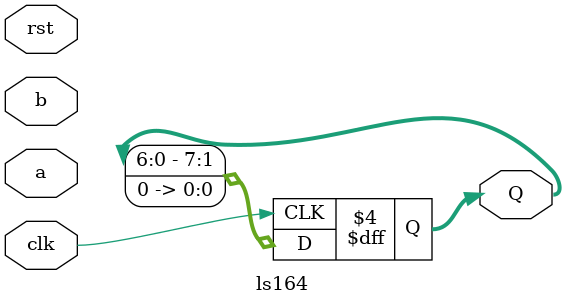
<source format=sv>
module ls164
  (
   input rst,
   input clk,
   input a,b,
   output logic[7:0] Q
   );

  always @(posedge clk) begin
    if (rst) begin
      Q <= 8'b0;
    end else if(a && b) begin
      Q[0] <= 1;
    end
    Q <= Q << 1;
  end
endmodule

</source>
